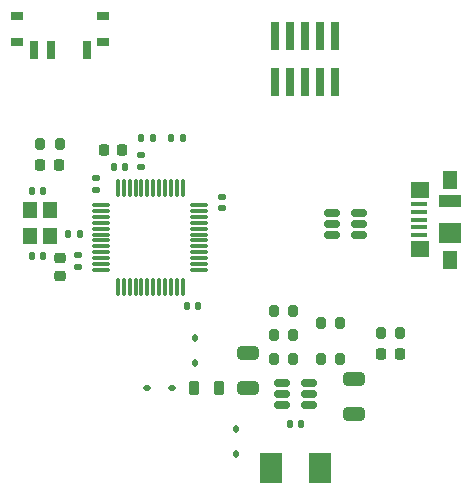
<source format=gbr>
%TF.GenerationSoftware,KiCad,Pcbnew,7.0.10*%
%TF.CreationDate,2024-03-14T18:53:23+05:30*%
%TF.ProjectId,STM32_4LAYER,53544d33-325f-4344-9c41-5945522e6b69,rev?*%
%TF.SameCoordinates,Original*%
%TF.FileFunction,Paste,Top*%
%TF.FilePolarity,Positive*%
%FSLAX46Y46*%
G04 Gerber Fmt 4.6, Leading zero omitted, Abs format (unit mm)*
G04 Created by KiCad (PCBNEW 7.0.10) date 2024-03-14 18:53:23*
%MOMM*%
%LPD*%
G01*
G04 APERTURE LIST*
G04 Aperture macros list*
%AMRoundRect*
0 Rectangle with rounded corners*
0 $1 Rounding radius*
0 $2 $3 $4 $5 $6 $7 $8 $9 X,Y pos of 4 corners*
0 Add a 4 corners polygon primitive as box body*
4,1,4,$2,$3,$4,$5,$6,$7,$8,$9,$2,$3,0*
0 Add four circle primitives for the rounded corners*
1,1,$1+$1,$2,$3*
1,1,$1+$1,$4,$5*
1,1,$1+$1,$6,$7*
1,1,$1+$1,$8,$9*
0 Add four rect primitives between the rounded corners*
20,1,$1+$1,$2,$3,$4,$5,0*
20,1,$1+$1,$4,$5,$6,$7,0*
20,1,$1+$1,$6,$7,$8,$9,0*
20,1,$1+$1,$8,$9,$2,$3,0*%
G04 Aperture macros list end*
%ADD10RoundRect,0.140000X0.140000X0.170000X-0.140000X0.170000X-0.140000X-0.170000X0.140000X-0.170000X0*%
%ADD11R,1.380000X0.450000*%
%ADD12R,1.300000X1.650000*%
%ADD13R,1.550000X1.425000*%
%ADD14R,1.900000X1.800000*%
%ADD15R,1.900000X1.000000*%
%ADD16R,1.900000X2.500000*%
%ADD17RoundRect,0.075000X-0.662500X-0.075000X0.662500X-0.075000X0.662500X0.075000X-0.662500X0.075000X0*%
%ADD18RoundRect,0.075000X-0.075000X-0.662500X0.075000X-0.662500X0.075000X0.662500X-0.075000X0.662500X0*%
%ADD19RoundRect,0.200000X0.200000X0.275000X-0.200000X0.275000X-0.200000X-0.275000X0.200000X-0.275000X0*%
%ADD20RoundRect,0.112500X0.187500X0.112500X-0.187500X0.112500X-0.187500X-0.112500X0.187500X-0.112500X0*%
%ADD21RoundRect,0.140000X-0.140000X-0.170000X0.140000X-0.170000X0.140000X0.170000X-0.140000X0.170000X0*%
%ADD22RoundRect,0.135000X-0.135000X-0.185000X0.135000X-0.185000X0.135000X0.185000X-0.135000X0.185000X0*%
%ADD23RoundRect,0.218750X-0.218750X-0.256250X0.218750X-0.256250X0.218750X0.256250X-0.218750X0.256250X0*%
%ADD24R,0.740000X2.400000*%
%ADD25RoundRect,0.140000X0.170000X-0.140000X0.170000X0.140000X-0.170000X0.140000X-0.170000X-0.140000X0*%
%ADD26RoundRect,0.250000X0.650000X-0.325000X0.650000X0.325000X-0.650000X0.325000X-0.650000X-0.325000X0*%
%ADD27R,1.000000X0.800000*%
%ADD28R,0.700000X1.500000*%
%ADD29RoundRect,0.225000X-0.225000X-0.250000X0.225000X-0.250000X0.225000X0.250000X-0.225000X0.250000X0*%
%ADD30RoundRect,0.135000X0.135000X0.185000X-0.135000X0.185000X-0.135000X-0.185000X0.135000X-0.185000X0*%
%ADD31RoundRect,0.112500X0.112500X-0.187500X0.112500X0.187500X-0.112500X0.187500X-0.112500X-0.187500X0*%
%ADD32RoundRect,0.218750X-0.218750X-0.381250X0.218750X-0.381250X0.218750X0.381250X-0.218750X0.381250X0*%
%ADD33RoundRect,0.140000X-0.170000X0.140000X-0.170000X-0.140000X0.170000X-0.140000X0.170000X0.140000X0*%
%ADD34RoundRect,0.200000X-0.200000X-0.275000X0.200000X-0.275000X0.200000X0.275000X-0.200000X0.275000X0*%
%ADD35RoundRect,0.225000X0.250000X-0.225000X0.250000X0.225000X-0.250000X0.225000X-0.250000X-0.225000X0*%
%ADD36R,1.200000X1.400000*%
%ADD37RoundRect,0.150000X0.512500X0.150000X-0.512500X0.150000X-0.512500X-0.150000X0.512500X-0.150000X0*%
%ADD38RoundRect,0.218750X0.218750X0.256250X-0.218750X0.256250X-0.218750X-0.256250X0.218750X-0.256250X0*%
%ADD39RoundRect,0.135000X0.185000X-0.135000X0.185000X0.135000X-0.185000X0.135000X-0.185000X-0.135000X0*%
G04 APERTURE END LIST*
D10*
%TO.C,C12*%
X185480000Y-109050000D03*
X184520000Y-109050000D03*
%TD*%
D11*
%TO.C,J1*%
X195460000Y-93050000D03*
X195460000Y-92400000D03*
X195460000Y-91750000D03*
X195460000Y-91100000D03*
X195460000Y-90450000D03*
D12*
X198120000Y-95125000D03*
D13*
X195545000Y-94237500D03*
D14*
X198120000Y-92900000D03*
D15*
X198120000Y-90200000D03*
D13*
X195545000Y-89262500D03*
D12*
X198120000Y-88375000D03*
%TD*%
D16*
%TO.C,L1*%
X182950000Y-112800000D03*
X187050000Y-112800000D03*
%TD*%
D17*
%TO.C,U1*%
X168557500Y-90500000D03*
X168557500Y-91000000D03*
X168557500Y-91500000D03*
X168557500Y-92000000D03*
X168557500Y-92500000D03*
X168557500Y-93000000D03*
X168557500Y-93500000D03*
X168557500Y-94000000D03*
X168557500Y-94500000D03*
X168557500Y-95000000D03*
X168557500Y-95500000D03*
X168557500Y-96000000D03*
D18*
X169970000Y-97412500D03*
X170470000Y-97412500D03*
X170970000Y-97412500D03*
X171470000Y-97412500D03*
X171970000Y-97412500D03*
X172470000Y-97412500D03*
X172970000Y-97412500D03*
X173470000Y-97412500D03*
X173970000Y-97412500D03*
X174470000Y-97412500D03*
X174970000Y-97412500D03*
X175470000Y-97412500D03*
D17*
X176882500Y-96000000D03*
X176882500Y-95500000D03*
X176882500Y-95000000D03*
X176882500Y-94500000D03*
X176882500Y-94000000D03*
X176882500Y-93500000D03*
X176882500Y-93000000D03*
X176882500Y-92500000D03*
X176882500Y-92000000D03*
X176882500Y-91500000D03*
X176882500Y-91000000D03*
X176882500Y-90500000D03*
D18*
X175470000Y-89087500D03*
X174970000Y-89087500D03*
X174470000Y-89087500D03*
X173970000Y-89087500D03*
X173470000Y-89087500D03*
X172970000Y-89087500D03*
X172470000Y-89087500D03*
X171970000Y-89087500D03*
X171470000Y-89087500D03*
X170970000Y-89087500D03*
X170470000Y-89087500D03*
X169970000Y-89087500D03*
%TD*%
D10*
%TO.C,C2*%
X176756000Y-99060000D03*
X175796000Y-99060000D03*
%TD*%
D19*
%TO.C,R9*%
X188825000Y-100500000D03*
X187175000Y-100500000D03*
%TD*%
D20*
%TO.C,D2*%
X174550000Y-106000000D03*
X172450000Y-106000000D03*
%TD*%
D21*
%TO.C,C6*%
X162680000Y-89282000D03*
X163640000Y-89282000D03*
%TD*%
D22*
%TO.C,R2*%
X174496000Y-84836000D03*
X175516000Y-84836000D03*
%TD*%
D23*
%TO.C,D1*%
X163423500Y-87122000D03*
X164998500Y-87122000D03*
%TD*%
D24*
%TO.C,J3*%
X188341000Y-76155000D03*
X188341000Y-80055000D03*
X187071000Y-76155000D03*
X187071000Y-80055000D03*
X185801000Y-76155000D03*
X185801000Y-80055000D03*
X184531000Y-76155000D03*
X184531000Y-80055000D03*
X183261000Y-76155000D03*
X183261000Y-80055000D03*
%TD*%
D25*
%TO.C,C8*%
X166632500Y-95730000D03*
X166632500Y-94770000D03*
%TD*%
D26*
%TO.C,C11*%
X190000000Y-108155000D03*
X190000000Y-105205000D03*
%TD*%
D27*
%TO.C,SW1*%
X168750000Y-76693000D03*
X168750000Y-74483000D03*
X161450000Y-76693000D03*
X161450000Y-74483000D03*
D28*
X167350000Y-77343000D03*
X164350000Y-77343000D03*
X162850000Y-77343000D03*
%TD*%
D22*
%TO.C,R3*%
X165733000Y-92964000D03*
X166753000Y-92964000D03*
%TD*%
D29*
%TO.C,C1*%
X168770000Y-85852000D03*
X170320000Y-85852000D03*
%TD*%
D30*
%TO.C,R5*%
X172976000Y-84836000D03*
X171956000Y-84836000D03*
%TD*%
D19*
%TO.C,R4*%
X165036000Y-85344000D03*
X163386000Y-85344000D03*
%TD*%
D26*
%TO.C,C10*%
X181000000Y-105975000D03*
X181000000Y-103025000D03*
%TD*%
D31*
%TO.C,D4*%
X180000000Y-111550000D03*
X180000000Y-109450000D03*
%TD*%
D21*
%TO.C,C4*%
X169652500Y-87250000D03*
X170612500Y-87250000D03*
%TD*%
D10*
%TO.C,C9*%
X163640000Y-94782000D03*
X162680000Y-94782000D03*
%TD*%
D32*
%TO.C,FB1*%
X176437500Y-106000000D03*
X178562500Y-106000000D03*
%TD*%
D33*
%TO.C,C3*%
X178816000Y-89817000D03*
X178816000Y-90777000D03*
%TD*%
D34*
%TO.C,R11*%
X192215000Y-101346000D03*
X193865000Y-101346000D03*
%TD*%
D19*
%TO.C,R6*%
X184825000Y-103500000D03*
X183175000Y-103500000D03*
%TD*%
D35*
%TO.C,C7*%
X165100000Y-96533000D03*
X165100000Y-94983000D03*
%TD*%
D34*
%TO.C,R7*%
X183175000Y-101500000D03*
X184825000Y-101500000D03*
%TD*%
D36*
%TO.C,Y1*%
X162560000Y-90932000D03*
X162560000Y-93132000D03*
X164260000Y-93132000D03*
X164260000Y-90932000D03*
%TD*%
D34*
%TO.C,R10*%
X183175000Y-99500000D03*
X184825000Y-99500000D03*
%TD*%
D25*
%TO.C,C5*%
X168132500Y-89210000D03*
X168132500Y-88250000D03*
%TD*%
D37*
%TO.C,U2*%
X190367500Y-93050000D03*
X190367500Y-92100000D03*
X190367500Y-91150000D03*
X188092500Y-91150000D03*
X188092500Y-92100000D03*
X188092500Y-93050000D03*
%TD*%
D34*
%TO.C,R8*%
X187175000Y-103500000D03*
X188825000Y-103500000D03*
%TD*%
D31*
%TO.C,D3*%
X176500000Y-103850000D03*
X176500000Y-101750000D03*
%TD*%
D37*
%TO.C,U3*%
X186137500Y-107450000D03*
X186137500Y-106500000D03*
X186137500Y-105550000D03*
X183862500Y-105550000D03*
X183862500Y-106500000D03*
X183862500Y-107450000D03*
%TD*%
D38*
%TO.C,D5*%
X193827500Y-103124000D03*
X192252500Y-103124000D03*
%TD*%
D39*
%TO.C,R1*%
X171958000Y-87260000D03*
X171958000Y-86240000D03*
%TD*%
M02*

</source>
